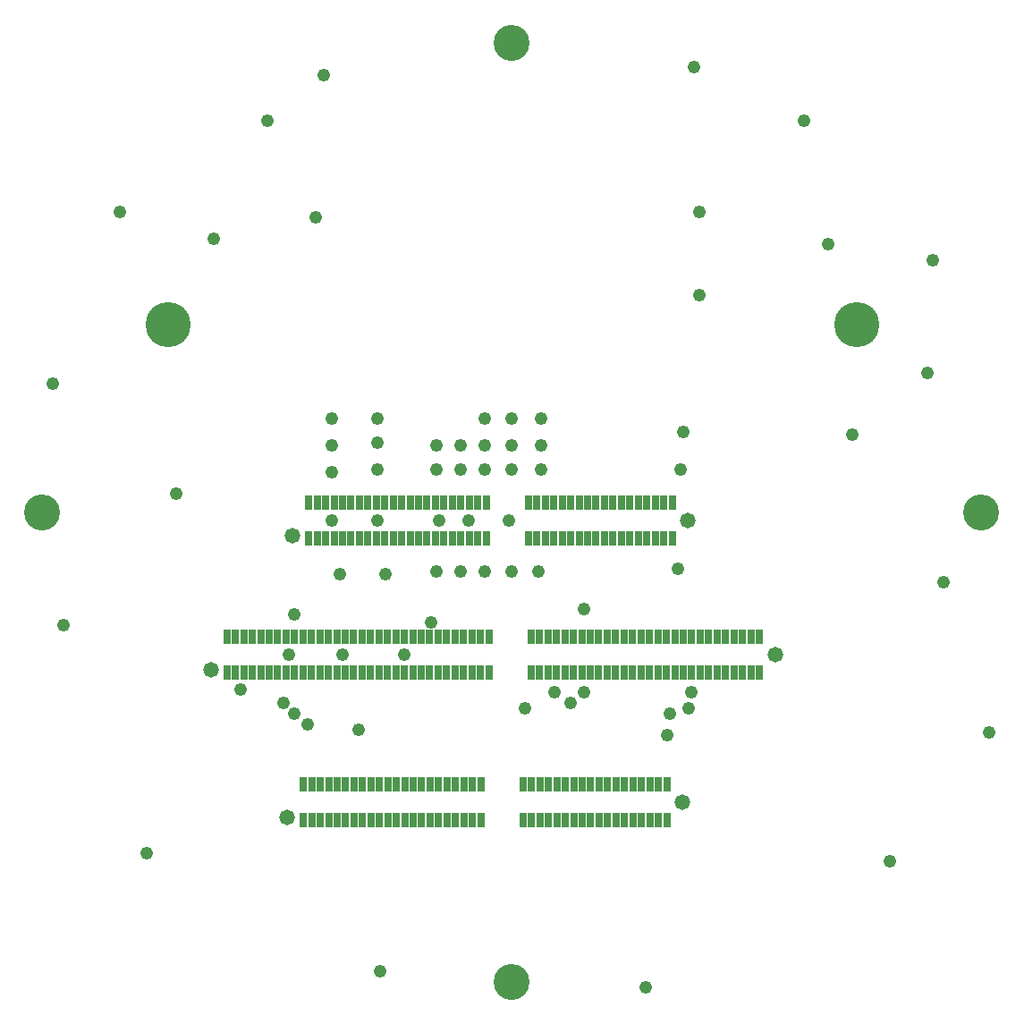
<source format=gts>
G75*
%MOIN*%
%OFA0B0*%
%FSLAX25Y25*%
%IPPOS*%
%LPD*%
%AMOC8*
5,1,8,0,0,1.08239X$1,22.5*
%
%ADD10C,0.13398*%
%ADD11R,0.02769X0.05524*%
%ADD12C,0.05800*%
%ADD13C,0.16800*%
%ADD14C,0.04762*%
D10*
X0051800Y0226800D03*
X0226800Y0051800D03*
X0401800Y0226800D03*
X0226800Y0401800D03*
D11*
X0232973Y0230493D03*
X0236123Y0230493D03*
X0239272Y0230493D03*
X0242422Y0230493D03*
X0245572Y0230493D03*
X0248721Y0230493D03*
X0251871Y0230493D03*
X0255020Y0230493D03*
X0258170Y0230493D03*
X0261320Y0230493D03*
X0264469Y0230493D03*
X0267619Y0230493D03*
X0270769Y0230493D03*
X0273918Y0230493D03*
X0277068Y0230493D03*
X0280217Y0230493D03*
X0283367Y0230493D03*
X0286517Y0230493D03*
X0286517Y0217107D03*
X0283367Y0217107D03*
X0280217Y0217107D03*
X0277068Y0217107D03*
X0273918Y0217107D03*
X0270769Y0217107D03*
X0267619Y0217107D03*
X0264469Y0217107D03*
X0261320Y0217107D03*
X0258170Y0217107D03*
X0255020Y0217107D03*
X0251871Y0217107D03*
X0248721Y0217107D03*
X0245572Y0217107D03*
X0242422Y0217107D03*
X0239272Y0217107D03*
X0236123Y0217107D03*
X0232973Y0217107D03*
X0217225Y0217107D03*
X0214076Y0217107D03*
X0210926Y0217107D03*
X0207776Y0217107D03*
X0204627Y0217107D03*
X0201477Y0217107D03*
X0198328Y0217107D03*
X0195178Y0217107D03*
X0192028Y0217107D03*
X0188879Y0217107D03*
X0185729Y0217107D03*
X0182580Y0217107D03*
X0179430Y0217107D03*
X0176280Y0217107D03*
X0173131Y0217107D03*
X0169981Y0217107D03*
X0166831Y0217107D03*
X0163682Y0217107D03*
X0160532Y0217107D03*
X0157383Y0217107D03*
X0154233Y0217107D03*
X0151083Y0217107D03*
X0151083Y0230493D03*
X0154233Y0230493D03*
X0157383Y0230493D03*
X0160532Y0230493D03*
X0163682Y0230493D03*
X0166831Y0230493D03*
X0169981Y0230493D03*
X0173131Y0230493D03*
X0176280Y0230493D03*
X0179430Y0230493D03*
X0182580Y0230493D03*
X0185729Y0230493D03*
X0188879Y0230493D03*
X0192028Y0230493D03*
X0195178Y0230493D03*
X0198328Y0230493D03*
X0201477Y0230493D03*
X0204627Y0230493D03*
X0207776Y0230493D03*
X0210926Y0230493D03*
X0214076Y0230493D03*
X0217225Y0230493D03*
X0218225Y0180493D03*
X0215076Y0180493D03*
X0211926Y0180493D03*
X0208776Y0180493D03*
X0205627Y0180493D03*
X0202477Y0180493D03*
X0199328Y0180493D03*
X0196178Y0180493D03*
X0193028Y0180493D03*
X0189879Y0180493D03*
X0186729Y0180493D03*
X0183580Y0180493D03*
X0180430Y0180493D03*
X0177280Y0180493D03*
X0174131Y0180493D03*
X0170981Y0180493D03*
X0167831Y0180493D03*
X0164682Y0180493D03*
X0161532Y0180493D03*
X0158383Y0180493D03*
X0155233Y0180493D03*
X0152083Y0180493D03*
X0148934Y0180493D03*
X0145784Y0180493D03*
X0142635Y0180493D03*
X0139485Y0180493D03*
X0136335Y0180493D03*
X0133186Y0180493D03*
X0130036Y0180493D03*
X0126887Y0180493D03*
X0123737Y0180493D03*
X0120587Y0180493D03*
X0120587Y0167107D03*
X0123737Y0167107D03*
X0126887Y0167107D03*
X0130036Y0167107D03*
X0133186Y0167107D03*
X0136335Y0167107D03*
X0139485Y0167107D03*
X0142635Y0167107D03*
X0145784Y0167107D03*
X0148934Y0167107D03*
X0152083Y0167107D03*
X0155233Y0167107D03*
X0158383Y0167107D03*
X0161532Y0167107D03*
X0164682Y0167107D03*
X0167831Y0167107D03*
X0170981Y0167107D03*
X0174131Y0167107D03*
X0177280Y0167107D03*
X0180430Y0167107D03*
X0183580Y0167107D03*
X0186729Y0167107D03*
X0189879Y0167107D03*
X0193028Y0167107D03*
X0196178Y0167107D03*
X0199328Y0167107D03*
X0202477Y0167107D03*
X0205627Y0167107D03*
X0208776Y0167107D03*
X0211926Y0167107D03*
X0215076Y0167107D03*
X0218225Y0167107D03*
X0233973Y0167107D03*
X0237123Y0167107D03*
X0240272Y0167107D03*
X0243422Y0167107D03*
X0246572Y0167107D03*
X0249721Y0167107D03*
X0252871Y0167107D03*
X0256020Y0167107D03*
X0259170Y0167107D03*
X0262320Y0167107D03*
X0265469Y0167107D03*
X0268619Y0167107D03*
X0271769Y0167107D03*
X0274918Y0167107D03*
X0278068Y0167107D03*
X0281217Y0167107D03*
X0284367Y0167107D03*
X0287517Y0167107D03*
X0290666Y0167107D03*
X0293816Y0167107D03*
X0296965Y0167107D03*
X0300115Y0167107D03*
X0303265Y0167107D03*
X0306414Y0167107D03*
X0309564Y0167107D03*
X0312713Y0167107D03*
X0315863Y0167107D03*
X0319013Y0167107D03*
X0319013Y0180493D03*
X0315863Y0180493D03*
X0312713Y0180493D03*
X0309564Y0180493D03*
X0306414Y0180493D03*
X0303265Y0180493D03*
X0300115Y0180493D03*
X0296965Y0180493D03*
X0293816Y0180493D03*
X0290666Y0180493D03*
X0287517Y0180493D03*
X0284367Y0180493D03*
X0281217Y0180493D03*
X0278068Y0180493D03*
X0274918Y0180493D03*
X0271769Y0180493D03*
X0268619Y0180493D03*
X0265469Y0180493D03*
X0262320Y0180493D03*
X0259170Y0180493D03*
X0256020Y0180493D03*
X0252871Y0180493D03*
X0249721Y0180493D03*
X0246572Y0180493D03*
X0243422Y0180493D03*
X0240272Y0180493D03*
X0237123Y0180493D03*
X0233973Y0180493D03*
X0234123Y0125493D03*
X0237272Y0125493D03*
X0240422Y0125493D03*
X0243572Y0125493D03*
X0246721Y0125493D03*
X0249871Y0125493D03*
X0253020Y0125493D03*
X0256170Y0125493D03*
X0259320Y0125493D03*
X0262469Y0125493D03*
X0265619Y0125493D03*
X0268769Y0125493D03*
X0271918Y0125493D03*
X0275068Y0125493D03*
X0278217Y0125493D03*
X0281367Y0125493D03*
X0284517Y0125493D03*
X0284517Y0112107D03*
X0281367Y0112107D03*
X0278217Y0112107D03*
X0275068Y0112107D03*
X0271918Y0112107D03*
X0268769Y0112107D03*
X0265619Y0112107D03*
X0262469Y0112107D03*
X0259320Y0112107D03*
X0256170Y0112107D03*
X0253020Y0112107D03*
X0249871Y0112107D03*
X0246721Y0112107D03*
X0243572Y0112107D03*
X0240422Y0112107D03*
X0237272Y0112107D03*
X0234123Y0112107D03*
X0230973Y0112107D03*
X0230973Y0125493D03*
X0215225Y0125493D03*
X0212076Y0125493D03*
X0208926Y0125493D03*
X0205776Y0125493D03*
X0202627Y0125493D03*
X0199477Y0125493D03*
X0196328Y0125493D03*
X0193178Y0125493D03*
X0190028Y0125493D03*
X0186879Y0125493D03*
X0183729Y0125493D03*
X0180580Y0125493D03*
X0177430Y0125493D03*
X0174280Y0125493D03*
X0171131Y0125493D03*
X0167981Y0125493D03*
X0164831Y0125493D03*
X0161682Y0125493D03*
X0158532Y0125493D03*
X0155383Y0125493D03*
X0152233Y0125493D03*
X0149083Y0125493D03*
X0149083Y0112107D03*
X0152233Y0112107D03*
X0155383Y0112107D03*
X0158532Y0112107D03*
X0161682Y0112107D03*
X0164831Y0112107D03*
X0167981Y0112107D03*
X0171131Y0112107D03*
X0174280Y0112107D03*
X0177430Y0112107D03*
X0180580Y0112107D03*
X0183729Y0112107D03*
X0186879Y0112107D03*
X0190028Y0112107D03*
X0193178Y0112107D03*
X0196328Y0112107D03*
X0199477Y0112107D03*
X0202627Y0112107D03*
X0205776Y0112107D03*
X0208926Y0112107D03*
X0212076Y0112107D03*
X0215225Y0112107D03*
D12*
X0143178Y0112894D03*
X0114682Y0167894D03*
X0145178Y0217894D03*
X0292422Y0223800D03*
X0324918Y0173800D03*
X0290422Y0118800D03*
D13*
X0355300Y0296800D03*
X0098800Y0296800D03*
D14*
X0090800Y0099800D03*
X0145800Y0151800D03*
X0141800Y0155800D03*
X0150800Y0147800D03*
X0169800Y0145800D03*
X0163800Y0173800D03*
X0145800Y0188800D03*
X0143800Y0173800D03*
X0125800Y0160800D03*
X0162800Y0203800D03*
X0179800Y0203800D03*
X0198800Y0204800D03*
X0207800Y0204800D03*
X0216800Y0204800D03*
X0226800Y0204800D03*
X0236800Y0204800D03*
X0253800Y0190800D03*
X0253800Y0159800D03*
X0248800Y0155800D03*
X0242800Y0159800D03*
X0231800Y0153800D03*
X0196800Y0185800D03*
X0186800Y0173800D03*
X0176800Y0223800D03*
X0159800Y0223800D03*
X0159800Y0241800D03*
X0159800Y0251800D03*
X0159800Y0261800D03*
X0176800Y0261800D03*
X0176800Y0252800D03*
X0176800Y0242800D03*
X0198800Y0242800D03*
X0198800Y0251800D03*
X0207800Y0251800D03*
X0207800Y0242800D03*
X0216800Y0242800D03*
X0216800Y0251800D03*
X0216800Y0261800D03*
X0226800Y0261800D03*
X0226800Y0251800D03*
X0226800Y0242800D03*
X0237800Y0242800D03*
X0237800Y0251800D03*
X0237800Y0261800D03*
X0225800Y0223800D03*
X0210800Y0223800D03*
X0199800Y0223800D03*
X0284800Y0143800D03*
X0285800Y0151800D03*
X0292800Y0153800D03*
X0293800Y0159800D03*
X0288800Y0205800D03*
X0289800Y0242800D03*
X0290800Y0256800D03*
X0296800Y0307800D03*
X0296800Y0338800D03*
X0335800Y0372800D03*
X0294800Y0392800D03*
X0344800Y0326800D03*
X0383800Y0320800D03*
X0381800Y0278800D03*
X0353800Y0255800D03*
X0387800Y0200800D03*
X0404800Y0144800D03*
X0367800Y0096800D03*
X0276800Y0049800D03*
X0177800Y0055800D03*
X0059800Y0184800D03*
X0101800Y0233800D03*
X0055800Y0274800D03*
X0115800Y0328800D03*
X0080800Y0338800D03*
X0135800Y0372800D03*
X0156800Y0389800D03*
X0153800Y0336800D03*
M02*

</source>
